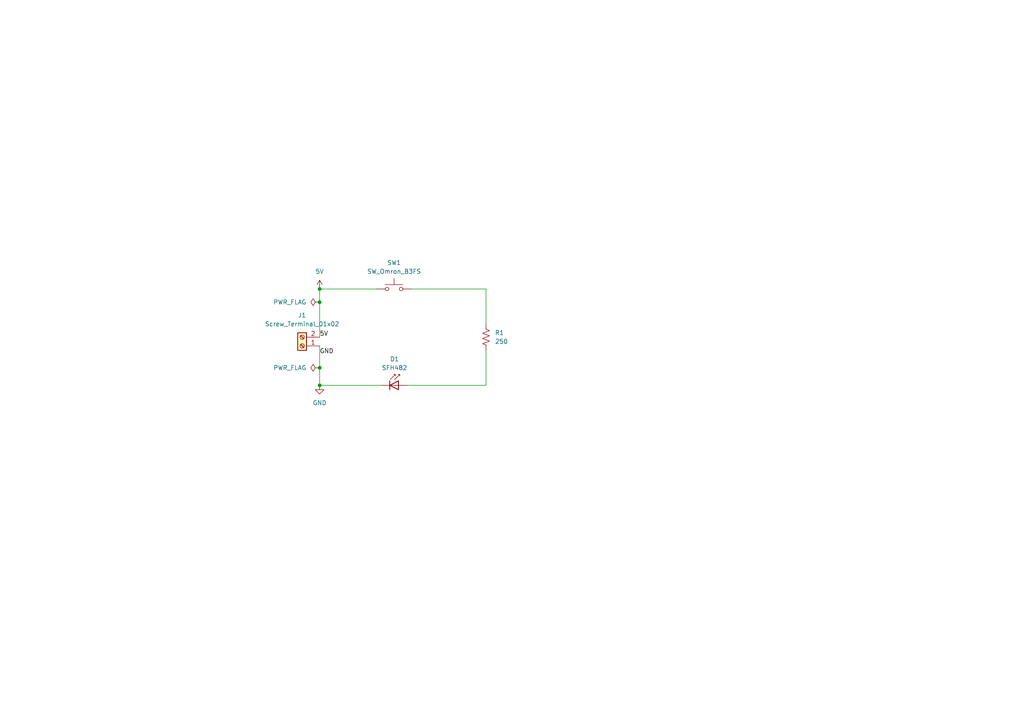
<source format=kicad_sch>
(kicad_sch (version 20250114) (generator "eeschema") (generator_version "9.0")
  (paper "A4")
  (lib_symbols
    (symbol "Connector:Screw_Terminal_01x02" (pin_names (offset 1.016) (hide yes))
      (property "Reference" "J" (at 0 2.54 0))
      (property "Value" "Screw_Terminal_01x02" (at 0 -5.08 0))
      (symbol "Screw_Terminal_01x02_1_1"
        (rectangle (start -1.27 1.27) (end 1.27 -3.81) (stroke (width 0.254)) (fill (type background)))
        (polyline (pts (xy -0.5334 0.3302) (xy 0.3302 -0.508)) (stroke (width 0.1524)))
        (polyline (pts (xy -0.5334 -2.2098) (xy 0.3302 -3.048)) (stroke (width 0.1524)))
        (polyline (pts (xy -0.3556 0.508) (xy 0.508 -0.3302)) (stroke (width 0.1524)))
        (polyline (pts (xy -0.3556 -2.032) (xy 0.508 -2.8702)) (stroke (width 0.1524)))
        (circle (center 0 0) (radius 0.635) (stroke (width 0.1524)))
        (circle (center 0 -2.54) (radius 0.635) (stroke (width 0.1524)))
        (pin passive line (at -5.08 0 0) (length 3.81) (name "Pin_1") (number "1"))
        (pin passive line (at -5.08 -2.54 0) (length 3.81) (name "Pin_2") (number "2"))
      )
    )
    (symbol "Device:R_US" (pin_numbers (hide yes)) (pin_names (offset 0))
      (property "Reference" "R" (at 2.54 0 90))
      (property "Value" "R_US" (at -2.54 0 90))
      (symbol "R_US_0_1"
        (polyline (pts (xy 0 2.286) (xy 0 2.54)))
        (polyline (pts (xy 0 2.286) (xy 1.016 1.905) (xy 0 1.524) (xy -1.016 1.143) (xy 0 0.762)))
        (polyline (pts (xy 0 0.762) (xy 1.016 0.381) (xy 0 0) (xy -1.016 -0.381) (xy 0 -0.762)))
        (polyline (pts (xy 0 -0.762) (xy 1.016 -1.143) (xy 0 -1.524) (xy -1.016 -1.905) (xy 0 -2.286)))
        (polyline (pts (xy 0 -2.286) (xy 0 -2.54)))
      )
      (symbol "R_US_1_1"
        (pin passive line (at 0 3.81 270) (length 1.27) (name "~") (number "1"))
        (pin passive line (at 0 -3.81 90) (length 1.27) (name "~") (number "2"))
      )
    )
    (symbol "LED:SFH482" (pin_numbers (hide yes)) (pin_names (offset 1.016) (hide yes))
      (property "Reference" "D" (at 0.508 1.778 0))
      (property "Value" "SFH482" (at -1.016 -2.794 0))
      (symbol "SFH482_0_1"
        (polyline (pts (xy -2.54 1.27) (xy -2.54 -1.27)) (stroke (width 0.254)))
        (polyline (pts (xy -2.413 1.651) (xy -0.889 3.175) (xy -0.889 2.667) (xy -0.889 3.175) (xy -1.397 3.175)))
        (polyline (pts (xy -1.143 1.651) (xy 0.381 3.175) (xy 0.381 2.667)))
        (polyline (pts (xy 0 1.27) (xy 0 -1.27) (xy -2.54 0) (xy 0 1.27)) (stroke (width 0.254)))
        (polyline (pts (xy 0 0) (xy -2.54 0)))
        (polyline (pts (xy 0.381 3.175) (xy -0.127 3.175)))
      )
      (symbol "SFH482_1_1"
        (pin passive line (at -5.08 0 0) (length 2.54) (name "K") (number "1"))
        (pin passive line (at 2.54 0 180) (length 2.54) (name "A") (number "2"))
      )
    )
    (symbol "Switch:SW_Omron_B3FS" (pin_numbers (hide yes)) (pin_names (offset 1.016) (hide yes))
      (property "Reference" "SW" (at 1.27 2.54 0))
      (property "Value" "SW_Omron_B3FS" (at 0 -1.524 0))
      (symbol "SW_Omron_B3FS_0_1"
        (circle (center -2.032 0) (radius 0.508))
        (polyline (pts (xy 0 1.27) (xy 0 3.048)))
        (circle (center 2.032 0) (radius 0.508))
        (polyline (pts (xy 2.54 1.27) (xy -2.54 1.27)))
        (pin passive line (at -5.08 0 0) (length 2.54) (name "1") (number "1"))
        (pin passive line (at 5.08 0 180) (length 2.54) (name "2") (number "2"))
      )
    )
    (symbol "power:GND" (power) (pin_numbers (hide yes)) (pin_names (offset 0) (hide yes))
      (property "Value" "GND" (at 0 -3.81 0))
      (symbol "GND_0_1"
        (polyline (pts (xy 0 0) (xy 0 -1.27) (xy 1.27 -1.27) (xy 0 -2.54) (xy -1.27 -1.27) (xy 0 -1.27)))
      )
      (symbol "GND_1_1"
        (pin power_in line (at 0 0 270) (length 0) (name "~") (number "1"))
      )
    )
    (symbol "power:PWR_FLAG" (power) (pin_numbers (hide yes)) (pin_names (offset 0) (hide yes))
      (property "Value" "PWR_FLAG" (at 0 3.81 0))
      (symbol "PWR_FLAG_0_0"
        (pin power_out line (at 0 0 90) (length 0) (name "~") (number "1"))
      )
      (symbol "PWR_FLAG_0_1"
        (polyline (pts (xy 0 0) (xy 0 1.27) (xy -1.016 1.905) (xy 0 2.54) (xy 1.016 1.905) (xy 0 1.27)))
      )
    )
    (symbol "power:VCC" (power) (pin_numbers (hide yes)) (pin_names (offset 0) (hide yes))
      (property "Value" "VCC" (at 0 3.556 0))
      (symbol "VCC_0_1"
        (polyline (pts (xy -0.762 1.27) (xy 0 2.54)))
        (polyline (pts (xy 0 2.54) (xy 0.762 1.27)))
        (polyline (pts (xy 0 0) (xy 0 2.54)))
      )
      (symbol "VCC_1_1"
        (pin power_in line (at 0 0 90) (length 0) (name "~") (number "1"))
      )
    )
  )
  (junction (at 92.71 106.68))
  (junction (at 92.71 83.82))
  (junction (at 92.71 111.76))
  (junction (at 92.71 87.63))
  (wire (pts (xy 92.71 83.82) (xy 109.22 83.82)))
  (wire (pts (xy 92.71 111.76) (xy 92.71 106.68)))
  (wire (pts (xy 140.97 83.82) (xy 140.97 93.98)))
  (wire (pts (xy 119.38 83.82) (xy 140.97 83.82)))
  (wire (pts (xy 92.71 97.79) (xy 92.71 87.63)))
  (wire (pts (xy 140.97 101.6) (xy 140.97 111.76)))
  (wire (pts (xy 140.97 111.76) (xy 118.11 111.76)))
  (wire (pts (xy 92.71 87.63) (xy 92.71 83.82)))
  (wire (pts (xy 110.49 111.76) (xy 92.71 111.76)))
  (wire (pts (xy 92.71 106.68) (xy 92.71 100.33)))
  (label "GND" (at 92.71 102.87 0))
  (label "5V" (at 92.71 97.79 0))
  (symbol (lib_id "LED:SFH482") (at 115.57 111.76 0) (unit 1)
    (property "Reference" "D1" (at 114.427 104.14 0))
    (property "Value" "SFH482" (at 114.427 106.68 0))
    (property "Footprint" "LED_THT:LED_D5.0mm" (effects (hide yes)))
    (property "Datasheet" "http://www.osram-os.com/Graphics/XPic2/00182155_0.pdf/SFH%20482%20E7800,%20Lead%20(Pb)%20Free%20Product%20-%20RoHS%20Compliant.pdf" (effects (hide yes)))
    (property "Description" "GaAlAs Infrared LED (880 nm), TO-18 package" (effects (hide yes)))
  )
  (symbol (lib_id "Connector:Screw_Terminal_01x02") (at 87.63 100.33 180) (unit 1)
    (property "Reference" "J1" (at 87.63 91.44 0))
    (property "Value" "Screw_Terminal_01x02" (at 87.63 93.98 0))
    (property "Footprint" "TerminalBlock_4Ucon:TerminalBlock_4Ucon_1x02_P3.50mm_Horizontal" (effects (hide yes)))
    (property "Description" "Generic screw terminal, single row, 01x02, script generated (kicad-library-utils/schlib/autogen/connector/)" (effects (hide yes)))
  )
  (symbol (lib_id "power:VCC") (at 92.71 83.82 0) (unit 1)
    (property "Reference" "#PWR02" (effects (hide yes)))
    (property "Value" "5V" (at 92.71 78.74 0))
    (property "Description" "Power symbol creates a global label with name \"VCC\"" (effects (hide yes)))
  )
  (symbol (lib_id "power:GND") (at 92.71 111.76 0) (unit 1)
    (property "Reference" "#PWR01" (effects (hide yes)))
    (property "Value" "GND" (at 92.71 116.84 0))
    (property "Description" "Power symbol creates a global label with name \"GND\" , ground" (effects (hide yes)))
  )
  (symbol (lib_id "power:PWR_FLAG") (at 92.71 87.63 90) (unit 1)
    (property "Reference" "#FLG01" (effects (hide yes)))
    (property "Value" "PWR_FLAG" (at 88.9 87.6299 90) (effects (justify left)))
    (property "Description" "Special symbol for telling ERC where power comes from" (effects (hide yes)))
  )
  (symbol (lib_id "power:PWR_FLAG") (at 92.71 106.68 90) (unit 1)
    (property "Reference" "#FLG02" (effects (hide yes)))
    (property "Value" "PWR_FLAG" (at 88.9 106.6799 90) (effects (justify left)))
    (property "Description" "Special symbol for telling ERC where power comes from" (effects (hide yes)))
  )
  (symbol (lib_id "Device:R_US") (at 140.97 97.79 0) (unit 1)
    (property "Reference" "R1" (at 143.51 96.5199 0) (effects (justify left)))
    (property "Value" "250" (at 143.51 99.0599 0) (effects (justify left)))
    (property "Footprint" "Resistor_THT:R_Axial_DIN0309_L9.0mm_D3.2mm_P12.70mm_Horizontal" (effects (hide yes)))
    (property "Description" "Resistor, US symbol" (effects (hide yes)))
  )
  (symbol (lib_id "Switch:SW_Omron_B3FS") (at 114.3 83.82 0) (unit 1)
    (property "Reference" "SW1" (at 114.3 76.2 0))
    (property "Value" "SW_Omron_B3FS" (at 114.3 78.74 0))
    (property "Footprint" "Button_Switch_THT:SW_TH_Tactile_Omron_B3F-10xx" (effects (hide yes)))
    (property "Datasheet" "https://omronfs.omron.com/en_US/ecb/products/pdf/en-b3fs.pdf" (effects (hide yes)))
    (property "Description" "Omron B3FS 6x6mm single pole normally-open tactile switch" (effects (hide yes)))
  )
)
</source>
